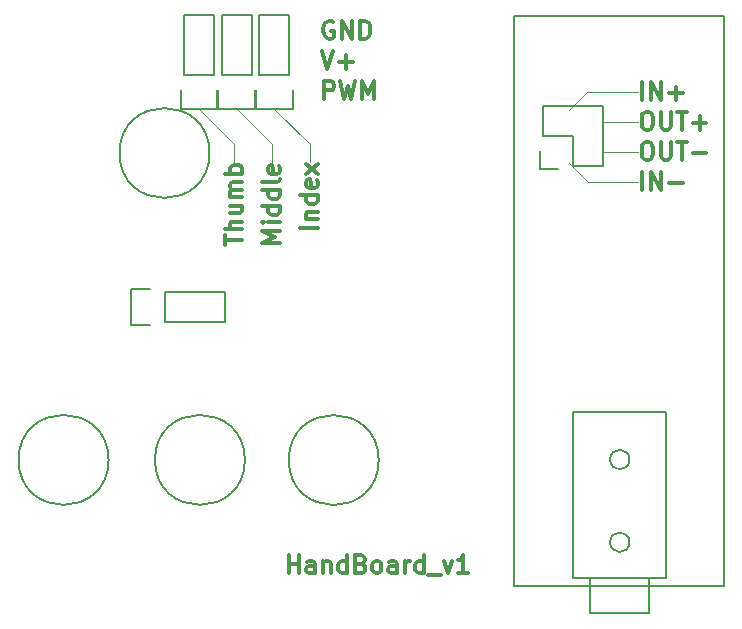
<source format=gto>
%TF.GenerationSoftware,KiCad,Pcbnew,4.0.1-stable*%
%TF.CreationDate,2016-01-08T23:42:30+09:00*%
%TF.ProjectId,HandBoard_v1,48616E64426F6172645F76312E6B6963,rev?*%
%TF.FileFunction,Legend,Top*%
%FSLAX46Y46*%
G04 Gerber Fmt 4.6, Leading zero omitted, Abs format (unit mm)*
G04 Created by KiCad (PCBNEW 4.0.1-stable) date 2016/01/08 23:42:30*
%MOMM*%
G01*
G04 APERTURE LIST*
%ADD10C,0.100000*%
%ADD11C,0.300000*%
%ADD12C,0.150000*%
%ADD13R,4.700000X2.200000*%
%ADD14C,2.200000*%
%ADD15O,2.200000X2.200000*%
%ADD16C,1.724000*%
%ADD17R,2.700000X2.700000*%
%ADD18R,2.232000X1.927200*%
%ADD19O,2.232000X1.927200*%
%ADD20R,1.927200X2.232000*%
%ADD21O,1.927200X2.232000*%
G04 APERTURE END LIST*
D10*
D11*
X-36942857Y-47278571D02*
X-36942857Y-45778571D01*
X-36942857Y-46492857D02*
X-36085714Y-46492857D01*
X-36085714Y-47278571D02*
X-36085714Y-45778571D01*
X-34728571Y-47278571D02*
X-34728571Y-46492857D01*
X-34800000Y-46350000D01*
X-34942857Y-46278571D01*
X-35228571Y-46278571D01*
X-35371428Y-46350000D01*
X-34728571Y-47207143D02*
X-34871428Y-47278571D01*
X-35228571Y-47278571D01*
X-35371428Y-47207143D01*
X-35442857Y-47064286D01*
X-35442857Y-46921429D01*
X-35371428Y-46778571D01*
X-35228571Y-46707143D01*
X-34871428Y-46707143D01*
X-34728571Y-46635714D01*
X-34014285Y-46278571D02*
X-34014285Y-47278571D01*
X-34014285Y-46421429D02*
X-33942857Y-46350000D01*
X-33799999Y-46278571D01*
X-33585714Y-46278571D01*
X-33442857Y-46350000D01*
X-33371428Y-46492857D01*
X-33371428Y-47278571D01*
X-32014285Y-47278571D02*
X-32014285Y-45778571D01*
X-32014285Y-47207143D02*
X-32157142Y-47278571D01*
X-32442856Y-47278571D01*
X-32585714Y-47207143D01*
X-32657142Y-47135714D01*
X-32728571Y-46992857D01*
X-32728571Y-46564286D01*
X-32657142Y-46421429D01*
X-32585714Y-46350000D01*
X-32442856Y-46278571D01*
X-32157142Y-46278571D01*
X-32014285Y-46350000D01*
X-30799999Y-46492857D02*
X-30585713Y-46564286D01*
X-30514285Y-46635714D01*
X-30442856Y-46778571D01*
X-30442856Y-46992857D01*
X-30514285Y-47135714D01*
X-30585713Y-47207143D01*
X-30728571Y-47278571D01*
X-31299999Y-47278571D01*
X-31299999Y-45778571D01*
X-30799999Y-45778571D01*
X-30657142Y-45850000D01*
X-30585713Y-45921429D01*
X-30514285Y-46064286D01*
X-30514285Y-46207143D01*
X-30585713Y-46350000D01*
X-30657142Y-46421429D01*
X-30799999Y-46492857D01*
X-31299999Y-46492857D01*
X-29585713Y-47278571D02*
X-29728571Y-47207143D01*
X-29799999Y-47135714D01*
X-29871428Y-46992857D01*
X-29871428Y-46564286D01*
X-29799999Y-46421429D01*
X-29728571Y-46350000D01*
X-29585713Y-46278571D01*
X-29371428Y-46278571D01*
X-29228571Y-46350000D01*
X-29157142Y-46421429D01*
X-29085713Y-46564286D01*
X-29085713Y-46992857D01*
X-29157142Y-47135714D01*
X-29228571Y-47207143D01*
X-29371428Y-47278571D01*
X-29585713Y-47278571D01*
X-27799999Y-47278571D02*
X-27799999Y-46492857D01*
X-27871428Y-46350000D01*
X-28014285Y-46278571D01*
X-28299999Y-46278571D01*
X-28442856Y-46350000D01*
X-27799999Y-47207143D02*
X-27942856Y-47278571D01*
X-28299999Y-47278571D01*
X-28442856Y-47207143D01*
X-28514285Y-47064286D01*
X-28514285Y-46921429D01*
X-28442856Y-46778571D01*
X-28299999Y-46707143D01*
X-27942856Y-46707143D01*
X-27799999Y-46635714D01*
X-27085713Y-47278571D02*
X-27085713Y-46278571D01*
X-27085713Y-46564286D02*
X-27014285Y-46421429D01*
X-26942856Y-46350000D01*
X-26799999Y-46278571D01*
X-26657142Y-46278571D01*
X-25514285Y-47278571D02*
X-25514285Y-45778571D01*
X-25514285Y-47207143D02*
X-25657142Y-47278571D01*
X-25942856Y-47278571D01*
X-26085714Y-47207143D01*
X-26157142Y-47135714D01*
X-26228571Y-46992857D01*
X-26228571Y-46564286D01*
X-26157142Y-46421429D01*
X-26085714Y-46350000D01*
X-25942856Y-46278571D01*
X-25657142Y-46278571D01*
X-25514285Y-46350000D01*
X-25157142Y-47421429D02*
X-24014285Y-47421429D01*
X-23799999Y-46278571D02*
X-23442856Y-47278571D01*
X-23085714Y-46278571D01*
X-21728571Y-47278571D02*
X-22585714Y-47278571D01*
X-22157142Y-47278571D02*
X-22157142Y-45778571D01*
X-22299999Y-45992857D01*
X-22442857Y-46135714D01*
X-22585714Y-46207143D01*
X-6992857Y-14828571D02*
X-6992857Y-13328571D01*
X-6278571Y-14828571D02*
X-6278571Y-13328571D01*
X-5421428Y-14828571D01*
X-5421428Y-13328571D01*
X-4707142Y-14257143D02*
X-3564285Y-14257143D01*
X-33942857Y-7128571D02*
X-33942857Y-5628571D01*
X-33371429Y-5628571D01*
X-33228571Y-5700000D01*
X-33157143Y-5771429D01*
X-33085714Y-5914286D01*
X-33085714Y-6128571D01*
X-33157143Y-6271429D01*
X-33228571Y-6342857D01*
X-33371429Y-6414286D01*
X-33942857Y-6414286D01*
X-32585714Y-5628571D02*
X-32228571Y-7128571D01*
X-31942857Y-6057143D01*
X-31657143Y-7128571D01*
X-31300000Y-5628571D01*
X-30728571Y-7128571D02*
X-30728571Y-5628571D01*
X-30228571Y-6700000D01*
X-29728571Y-5628571D01*
X-29728571Y-7128571D01*
X-34157143Y-3078571D02*
X-33657143Y-4578571D01*
X-33157143Y-3078571D01*
X-32657143Y-4007143D02*
X-31514286Y-4007143D01*
X-32085715Y-4578571D02*
X-32085715Y-3435714D01*
X-33157143Y-600000D02*
X-33300000Y-528571D01*
X-33514286Y-528571D01*
X-33728571Y-600000D01*
X-33871429Y-742857D01*
X-33942857Y-885714D01*
X-34014286Y-1171429D01*
X-34014286Y-1385714D01*
X-33942857Y-1671429D01*
X-33871429Y-1814286D01*
X-33728571Y-1957143D01*
X-33514286Y-2028571D01*
X-33371429Y-2028571D01*
X-33157143Y-1957143D01*
X-33085714Y-1885714D01*
X-33085714Y-1385714D01*
X-33371429Y-1385714D01*
X-32442857Y-2028571D02*
X-32442857Y-528571D01*
X-31585714Y-2028571D01*
X-31585714Y-528571D01*
X-30871428Y-2028571D02*
X-30871428Y-528571D01*
X-30514285Y-528571D01*
X-30300000Y-600000D01*
X-30157142Y-742857D01*
X-30085714Y-885714D01*
X-30014285Y-1171429D01*
X-30014285Y-1385714D01*
X-30085714Y-1671429D01*
X-30157142Y-1814286D01*
X-30300000Y-1957143D01*
X-30514285Y-2028571D01*
X-30871428Y-2028571D01*
X-6992857Y-7228571D02*
X-6992857Y-5728571D01*
X-6278571Y-7228571D02*
X-6278571Y-5728571D01*
X-5421428Y-7228571D01*
X-5421428Y-5728571D01*
X-4707142Y-6657143D02*
X-3564285Y-6657143D01*
X-4135714Y-7228571D02*
X-4135714Y-6085714D01*
D10*
X-11600000Y-14150000D02*
X-13200000Y-12550000D01*
X-7350000Y-14150000D02*
X-11600000Y-14150000D01*
X-11650000Y-6550000D02*
X-13200000Y-8100000D01*
X-7350000Y-6550000D02*
X-11650000Y-6550000D01*
D11*
X-6707143Y-10778571D02*
X-6421429Y-10778571D01*
X-6278571Y-10850000D01*
X-6135714Y-10992857D01*
X-6064286Y-11278571D01*
X-6064286Y-11778571D01*
X-6135714Y-12064286D01*
X-6278571Y-12207143D01*
X-6421429Y-12278571D01*
X-6707143Y-12278571D01*
X-6850000Y-12207143D01*
X-6992857Y-12064286D01*
X-7064286Y-11778571D01*
X-7064286Y-11278571D01*
X-6992857Y-10992857D01*
X-6850000Y-10850000D01*
X-6707143Y-10778571D01*
X-5421428Y-10778571D02*
X-5421428Y-11992857D01*
X-5350000Y-12135714D01*
X-5278571Y-12207143D01*
X-5135714Y-12278571D01*
X-4850000Y-12278571D01*
X-4707142Y-12207143D01*
X-4635714Y-12135714D01*
X-4564285Y-11992857D01*
X-4564285Y-10778571D01*
X-4064285Y-10778571D02*
X-3207142Y-10778571D01*
X-3635713Y-12278571D02*
X-3635713Y-10778571D01*
X-2707142Y-11707143D02*
X-1564285Y-11707143D01*
X-6707143Y-8228571D02*
X-6421429Y-8228571D01*
X-6278571Y-8300000D01*
X-6135714Y-8442857D01*
X-6064286Y-8728571D01*
X-6064286Y-9228571D01*
X-6135714Y-9514286D01*
X-6278571Y-9657143D01*
X-6421429Y-9728571D01*
X-6707143Y-9728571D01*
X-6850000Y-9657143D01*
X-6992857Y-9514286D01*
X-7064286Y-9228571D01*
X-7064286Y-8728571D01*
X-6992857Y-8442857D01*
X-6850000Y-8300000D01*
X-6707143Y-8228571D01*
X-5421428Y-8228571D02*
X-5421428Y-9442857D01*
X-5350000Y-9585714D01*
X-5278571Y-9657143D01*
X-5135714Y-9728571D01*
X-4850000Y-9728571D01*
X-4707142Y-9657143D01*
X-4635714Y-9585714D01*
X-4564285Y-9442857D01*
X-4564285Y-8228571D01*
X-4064285Y-8228571D02*
X-3207142Y-8228571D01*
X-3635713Y-9728571D02*
X-3635713Y-8228571D01*
X-2707142Y-9157143D02*
X-1564285Y-9157143D01*
X-2135714Y-9728571D02*
X-2135714Y-8585714D01*
D10*
X-10350000Y-11600000D02*
X-7350000Y-11600000D01*
X-10350000Y-9050000D02*
X-7350000Y-9050000D01*
D11*
X-34471429Y-18021429D02*
X-35971429Y-18021429D01*
X-35471429Y-17307143D02*
X-34471429Y-17307143D01*
X-35328571Y-17307143D02*
X-35400000Y-17235715D01*
X-35471429Y-17092857D01*
X-35471429Y-16878572D01*
X-35400000Y-16735715D01*
X-35257143Y-16664286D01*
X-34471429Y-16664286D01*
X-34471429Y-15307143D02*
X-35971429Y-15307143D01*
X-34542857Y-15307143D02*
X-34471429Y-15450000D01*
X-34471429Y-15735714D01*
X-34542857Y-15878572D01*
X-34614286Y-15950000D01*
X-34757143Y-16021429D01*
X-35185714Y-16021429D01*
X-35328571Y-15950000D01*
X-35400000Y-15878572D01*
X-35471429Y-15735714D01*
X-35471429Y-15450000D01*
X-35400000Y-15307143D01*
X-34542857Y-14021429D02*
X-34471429Y-14164286D01*
X-34471429Y-14450000D01*
X-34542857Y-14592857D01*
X-34685714Y-14664286D01*
X-35257143Y-14664286D01*
X-35400000Y-14592857D01*
X-35471429Y-14450000D01*
X-35471429Y-14164286D01*
X-35400000Y-14021429D01*
X-35257143Y-13950000D01*
X-35114286Y-13950000D01*
X-34971429Y-14664286D01*
X-34471429Y-13450000D02*
X-35471429Y-12664286D01*
X-35471429Y-13450000D02*
X-34471429Y-12664286D01*
X-37671429Y-19307143D02*
X-39171429Y-19307143D01*
X-38100000Y-18807143D01*
X-39171429Y-18307143D01*
X-37671429Y-18307143D01*
X-37671429Y-17592857D02*
X-38671429Y-17592857D01*
X-39171429Y-17592857D02*
X-39100000Y-17664286D01*
X-39028571Y-17592857D01*
X-39100000Y-17521429D01*
X-39171429Y-17592857D01*
X-39028571Y-17592857D01*
X-37671429Y-16235714D02*
X-39171429Y-16235714D01*
X-37742857Y-16235714D02*
X-37671429Y-16378571D01*
X-37671429Y-16664285D01*
X-37742857Y-16807143D01*
X-37814286Y-16878571D01*
X-37957143Y-16950000D01*
X-38385714Y-16950000D01*
X-38528571Y-16878571D01*
X-38600000Y-16807143D01*
X-38671429Y-16664285D01*
X-38671429Y-16378571D01*
X-38600000Y-16235714D01*
X-37671429Y-14878571D02*
X-39171429Y-14878571D01*
X-37742857Y-14878571D02*
X-37671429Y-15021428D01*
X-37671429Y-15307142D01*
X-37742857Y-15450000D01*
X-37814286Y-15521428D01*
X-37957143Y-15592857D01*
X-38385714Y-15592857D01*
X-38528571Y-15521428D01*
X-38600000Y-15450000D01*
X-38671429Y-15307142D01*
X-38671429Y-15021428D01*
X-38600000Y-14878571D01*
X-37671429Y-13949999D02*
X-37742857Y-14092857D01*
X-37885714Y-14164285D01*
X-39171429Y-14164285D01*
X-37742857Y-12807143D02*
X-37671429Y-12950000D01*
X-37671429Y-13235714D01*
X-37742857Y-13378571D01*
X-37885714Y-13450000D01*
X-38457143Y-13450000D01*
X-38600000Y-13378571D01*
X-38671429Y-13235714D01*
X-38671429Y-12950000D01*
X-38600000Y-12807143D01*
X-38457143Y-12735714D01*
X-38314286Y-12735714D01*
X-38171429Y-13450000D01*
X-42371429Y-19521429D02*
X-42371429Y-18664286D01*
X-40871429Y-19092857D02*
X-42371429Y-19092857D01*
X-40871429Y-18164286D02*
X-42371429Y-18164286D01*
X-40871429Y-17521429D02*
X-41657143Y-17521429D01*
X-41800000Y-17592858D01*
X-41871429Y-17735715D01*
X-41871429Y-17950000D01*
X-41800000Y-18092858D01*
X-41728571Y-18164286D01*
X-41871429Y-16164286D02*
X-40871429Y-16164286D01*
X-41871429Y-16807143D02*
X-41085714Y-16807143D01*
X-40942857Y-16735715D01*
X-40871429Y-16592857D01*
X-40871429Y-16378572D01*
X-40942857Y-16235715D01*
X-41014286Y-16164286D01*
X-40871429Y-15450000D02*
X-41871429Y-15450000D01*
X-41728571Y-15450000D02*
X-41800000Y-15378572D01*
X-41871429Y-15235714D01*
X-41871429Y-15021429D01*
X-41800000Y-14878572D01*
X-41657143Y-14807143D01*
X-40871429Y-14807143D01*
X-41657143Y-14807143D02*
X-41800000Y-14735714D01*
X-41871429Y-14592857D01*
X-41871429Y-14378572D01*
X-41800000Y-14235714D01*
X-41657143Y-14164286D01*
X-40871429Y-14164286D01*
X-40871429Y-13450000D02*
X-42371429Y-13450000D01*
X-41800000Y-13450000D02*
X-41871429Y-13307143D01*
X-41871429Y-13021429D01*
X-41800000Y-12878572D01*
X-41728571Y-12807143D01*
X-41585714Y-12735714D01*
X-41157143Y-12735714D01*
X-41014286Y-12807143D01*
X-40942857Y-12878572D01*
X-40871429Y-13021429D01*
X-40871429Y-13307143D01*
X-40942857Y-13450000D01*
D10*
X-35150000Y-10950000D02*
X-35150000Y-12450000D01*
X-38350000Y-10950000D02*
X-38350000Y-12450000D01*
X-38150000Y-7950000D02*
X-35150000Y-10950000D01*
X-41350000Y-7950000D02*
X-38350000Y-10950000D01*
X-41550000Y-10950000D02*
X-41550000Y-12450000D01*
X-44550000Y-7950000D02*
X-41550000Y-10950000D01*
D12*
X-14151600Y-13095400D02*
X-15701600Y-13095400D01*
X-15701600Y-11545400D02*
X-15701600Y-13095400D01*
X-12881600Y-12815400D02*
X-12881600Y-10275400D01*
X-12881600Y-10275400D02*
X-15421600Y-10275400D01*
X-15421600Y-10275400D02*
X-15421600Y-7735400D01*
X-15421600Y-7735400D02*
X-10341600Y-7735400D01*
X-10341600Y-7735400D02*
X-10341600Y-12815400D01*
X-10341600Y-12815400D02*
X-12881600Y-12815400D01*
X-52188100Y-37694700D02*
G75*
G03X-52188100Y-37694700I-3810000J0D01*
G01*
X-40643800Y-37694700D02*
G75*
G03X-40643800Y-37694700I-3810000J0D01*
G01*
X-29315400Y-37707400D02*
G75*
G03X-29315400Y-37707400I-3810000J0D01*
G01*
X-43641000Y-11710500D02*
G75*
G03X-43641000Y-11710500I-3810000J0D01*
G01*
X-17860000Y-48350000D02*
X-17860000Y-90000D01*
X-17860000Y-90000D02*
X-80000Y-90000D01*
X-80000Y-90000D02*
X-80000Y-48350000D01*
X-80000Y-48350000D02*
X-17860000Y-48350000D01*
X-5006500Y-47667000D02*
X-5006500Y-33667000D01*
X-5006500Y-33667000D02*
X-12906500Y-33667000D01*
X-12906500Y-33667000D02*
X-12906500Y-47667000D01*
X-12906500Y-47667000D02*
X-5006500Y-47667000D01*
X-11406500Y-50667000D02*
X-11406500Y-47667000D01*
X-6406500Y-50667000D02*
X-11406500Y-50667000D01*
X-6406500Y-47667000D02*
X-6406500Y-50667000D01*
X-8081879Y-37667000D02*
G75*
G03X-8081879Y-37667000I-824621J0D01*
G01*
X-8081879Y-44667000D02*
G75*
G03X-8081879Y-44667000I-824621J0D01*
G01*
X-43272700Y-5144600D02*
X-43272700Y-64600D01*
X-43272700Y-64600D02*
X-45812700Y-64600D01*
X-45812700Y-64600D02*
X-45812700Y-5144600D01*
X-46092700Y-7964600D02*
X-46092700Y-6414600D01*
X-45812700Y-5144600D02*
X-43272700Y-5144600D01*
X-42992700Y-6414600D02*
X-42992700Y-7964600D01*
X-42992700Y-7964600D02*
X-46092700Y-7964600D01*
X-47430680Y-26008160D02*
X-42350680Y-26008160D01*
X-42350680Y-26008160D02*
X-42350680Y-23468160D01*
X-42350680Y-23468160D02*
X-47430680Y-23468160D01*
X-50250680Y-23188160D02*
X-48700680Y-23188160D01*
X-47430680Y-23468160D02*
X-47430680Y-26008160D01*
X-48700680Y-26288160D02*
X-50250680Y-26288160D01*
X-50250680Y-26288160D02*
X-50250680Y-23188160D01*
X-36884600Y-5144600D02*
X-36884600Y-64600D01*
X-36884600Y-64600D02*
X-39424600Y-64600D01*
X-39424600Y-64600D02*
X-39424600Y-5144600D01*
X-39704600Y-7964600D02*
X-39704600Y-6414600D01*
X-39424600Y-5144600D02*
X-36884600Y-5144600D01*
X-36604600Y-6414600D02*
X-36604600Y-7964600D01*
X-36604600Y-7964600D02*
X-39704600Y-7964600D01*
X-40085000Y-5131900D02*
X-40085000Y-51900D01*
X-40085000Y-51900D02*
X-42625000Y-51900D01*
X-42625000Y-51900D02*
X-42625000Y-5131900D01*
X-42905000Y-7951900D02*
X-42905000Y-6401900D01*
X-42625000Y-5131900D02*
X-40085000Y-5131900D01*
X-39805000Y-6401900D02*
X-39805000Y-7951900D01*
X-39805000Y-7951900D02*
X-42905000Y-7951900D01*
%LPC*%
D13*
X-42076360Y-53395720D03*
X-42076360Y-47395720D03*
D14*
X-14151600Y-11545400D03*
D15*
X-14151600Y-9005400D03*
X-11611600Y-11545400D03*
X-11611600Y-9005400D03*
D16*
X-58538100Y-37694700D03*
X-53458100Y-37694700D03*
X-46993800Y-37694700D03*
X-41913800Y-37694700D03*
X-35665400Y-37707400D03*
X-30585400Y-37707400D03*
X-49991000Y-11710500D03*
X-44911000Y-11710500D03*
X-1350000Y-36920000D03*
X-1350000Y-21680000D03*
X-16590000Y-8980000D03*
X-16590000Y-11520000D03*
X-16590000Y-14060000D03*
X-16590000Y-16600000D03*
X-16590000Y-19140000D03*
X-16590000Y-21680000D03*
X-16590000Y-44540000D03*
X-16590000Y-42000000D03*
X-16590000Y-39460000D03*
X-16590000Y-36920000D03*
X-16590000Y-29300000D03*
X-16590000Y-26760000D03*
X-16590000Y-24220000D03*
X-1350000Y-24220000D03*
X-1350000Y-26760000D03*
X-1350000Y-29300000D03*
X-1350000Y-31840000D03*
X-1350000Y-34380000D03*
X-1350000Y-39460000D03*
X-1350000Y-42000000D03*
X-1350000Y-44540000D03*
D17*
X-6406500Y-43767000D03*
X-11406500Y-45567000D03*
X-11406500Y-36167000D03*
D18*
X-44542700Y-6414600D03*
D19*
X-44542700Y-3874600D03*
X-44542700Y-1334600D03*
D20*
X-48700680Y-24738160D03*
D21*
X-46160680Y-24738160D03*
X-43620680Y-24738160D03*
D18*
X-38154600Y-6414600D03*
D19*
X-38154600Y-3874600D03*
X-38154600Y-1334600D03*
D18*
X-41355000Y-6401900D03*
D19*
X-41355000Y-3861900D03*
X-41355000Y-1321900D03*
M02*

</source>
